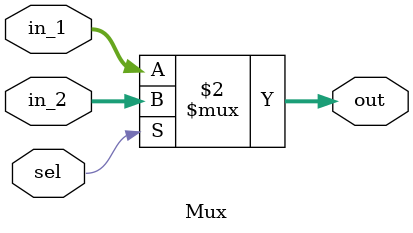
<source format=v>
module Mux(in_1,in_2,sel,out);
    input[31:0] in_1,in_2;
    input sel;
    output [31:0] out;

    
//  when sel==0, out=in_1; when sel==1, out=in_2
    assign out = (~sel) ? in_1 : in_2;
endmodule
</source>
